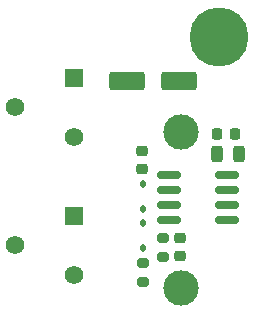
<source format=gts>
G04 #@! TF.GenerationSoftware,KiCad,Pcbnew,8.0.1*
G04 #@! TF.CreationDate,2024-07-04T15:13:31+08:00*
G04 #@! TF.ProjectId,555Sandbox,35353553-616e-4646-926f-782e6b696361,1.0.0*
G04 #@! TF.SameCoordinates,Original*
G04 #@! TF.FileFunction,Soldermask,Top*
G04 #@! TF.FilePolarity,Negative*
%FSLAX46Y46*%
G04 Gerber Fmt 4.6, Leading zero omitted, Abs format (unit mm)*
G04 Created by KiCad (PCBNEW 8.0.1) date 2024-07-04 15:13:31*
%MOMM*%
%LPD*%
G01*
G04 APERTURE LIST*
G04 Aperture macros list*
%AMRoundRect*
0 Rectangle with rounded corners*
0 $1 Rounding radius*
0 $2 $3 $4 $5 $6 $7 $8 $9 X,Y pos of 4 corners*
0 Add a 4 corners polygon primitive as box body*
4,1,4,$2,$3,$4,$5,$6,$7,$8,$9,$2,$3,0*
0 Add four circle primitives for the rounded corners*
1,1,$1+$1,$2,$3*
1,1,$1+$1,$4,$5*
1,1,$1+$1,$6,$7*
1,1,$1+$1,$8,$9*
0 Add four rect primitives between the rounded corners*
20,1,$1+$1,$2,$3,$4,$5,0*
20,1,$1+$1,$4,$5,$6,$7,0*
20,1,$1+$1,$6,$7,$8,$9,0*
20,1,$1+$1,$8,$9,$2,$3,0*%
G04 Aperture macros list end*
%ADD10RoundRect,0.150000X0.825000X0.150000X-0.825000X0.150000X-0.825000X-0.150000X0.825000X-0.150000X0*%
%ADD11RoundRect,0.243750X-0.243750X-0.456250X0.243750X-0.456250X0.243750X0.456250X-0.243750X0.456250X0*%
%ADD12RoundRect,0.250000X-1.250000X-0.550000X1.250000X-0.550000X1.250000X0.550000X-1.250000X0.550000X0*%
%ADD13RoundRect,0.200000X-0.275000X0.200000X-0.275000X-0.200000X0.275000X-0.200000X0.275000X0.200000X0*%
%ADD14RoundRect,0.225000X-0.225000X-0.250000X0.225000X-0.250000X0.225000X0.250000X-0.225000X0.250000X0*%
%ADD15RoundRect,0.200000X0.275000X-0.200000X0.275000X0.200000X-0.275000X0.200000X-0.275000X-0.200000X0*%
%ADD16RoundRect,0.225000X0.250000X-0.225000X0.250000X0.225000X-0.250000X0.225000X-0.250000X-0.225000X0*%
%ADD17RoundRect,0.225000X-0.250000X0.225000X-0.250000X-0.225000X0.250000X-0.225000X0.250000X0.225000X0*%
%ADD18RoundRect,0.112500X-0.112500X0.187500X-0.112500X-0.187500X0.112500X-0.187500X0.112500X0.187500X0*%
%ADD19R,1.560000X1.560000*%
%ADD20C,1.560000*%
%ADD21C,5.000000*%
%ADD22C,3.000000*%
G04 APERTURE END LIST*
D10*
X94300000Y-85470000D03*
X94300000Y-84200000D03*
X94300000Y-82930000D03*
X94300000Y-81660000D03*
X89350000Y-81660000D03*
X89350000Y-82930000D03*
X89350000Y-84200000D03*
X89350000Y-85470000D03*
D11*
X93437500Y-79850000D03*
X95312500Y-79850000D03*
D12*
X85850000Y-73650000D03*
X90250000Y-73650000D03*
D13*
X87125000Y-89075000D03*
X87125000Y-90725000D03*
D14*
X93400000Y-78150000D03*
X94950000Y-78150000D03*
D15*
X88825000Y-88600000D03*
X88825000Y-86950000D03*
D16*
X87100000Y-81175000D03*
X87100000Y-79625000D03*
D17*
X90300000Y-86975000D03*
X90300000Y-88525000D03*
D18*
X87125000Y-82450000D03*
X87125000Y-84550000D03*
X87125000Y-85750000D03*
X87125000Y-87850000D03*
D19*
X81350000Y-73400000D03*
D20*
X76350000Y-75900000D03*
X81350000Y-78400000D03*
D21*
X93600000Y-69950000D03*
D19*
X81350000Y-85100000D03*
D20*
X76350000Y-87600000D03*
X81350000Y-90100000D03*
D22*
X90350000Y-78000000D03*
X90350000Y-91200000D03*
M02*

</source>
